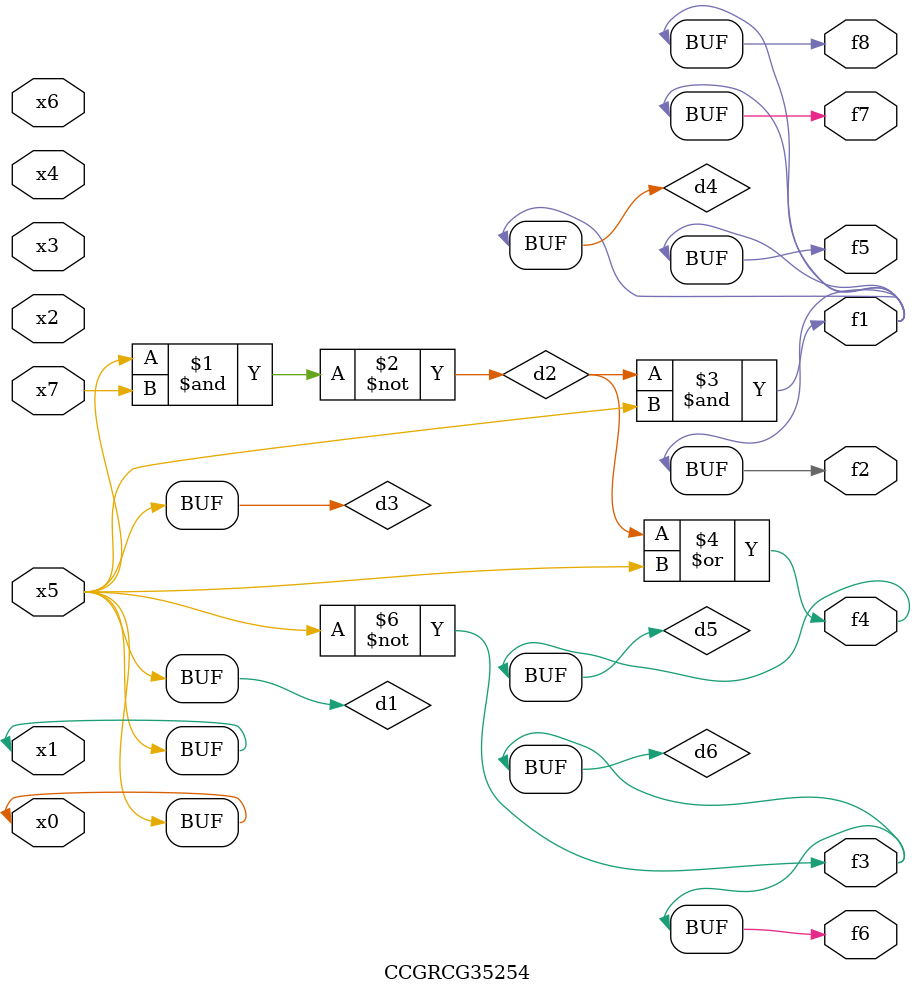
<source format=v>
module CCGRCG35254(
	input x0, x1, x2, x3, x4, x5, x6, x7,
	output f1, f2, f3, f4, f5, f6, f7, f8
);

	wire d1, d2, d3, d4, d5, d6;

	buf (d1, x0, x5);
	nand (d2, x5, x7);
	buf (d3, x0, x1);
	and (d4, d2, d3);
	or (d5, d2, d3);
	nor (d6, d1, d3);
	assign f1 = d4;
	assign f2 = d4;
	assign f3 = d6;
	assign f4 = d5;
	assign f5 = d4;
	assign f6 = d6;
	assign f7 = d4;
	assign f8 = d4;
endmodule

</source>
